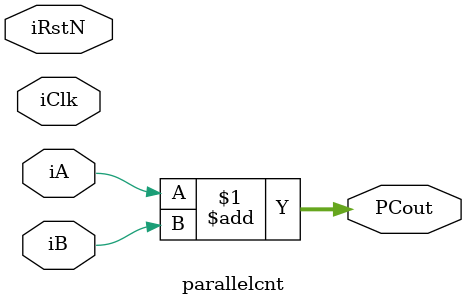
<source format=v>
`ifndef parallelcnt
`define parallelcnt

module parallelcnt (
    input wire iClk,
    input wire iRstN,
    input wire iA,
    input wire iB,
    output wire [1:0] PCout
);

    assign PCout = iA + iB;

endmodule

`endif

</source>
